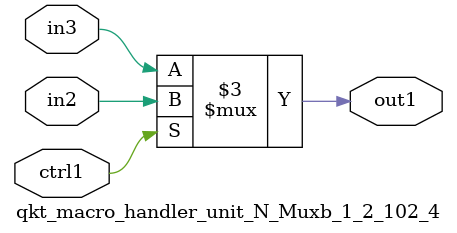
<source format=v>

`timescale 1ps / 1ps


module qkt_macro_handler_unit_N_Muxb_1_2_102_4( in3, in2, ctrl1, out1 );

    input in3;
    input in2;
    input ctrl1;
    output out1;
    reg out1;

    
    // rtl_process:qkt_macro_handler_unit_N_Muxb_1_2_102_4/qkt_macro_handler_unit_N_Muxb_1_2_102_4_thread_1
    always @*
      begin : qkt_macro_handler_unit_N_Muxb_1_2_102_4_thread_1
        case (ctrl1) 
          1'b1: 
            begin
              out1 = in2;
            end
          default: 
            begin
              out1 = in3;
            end
        endcase
      end

endmodule



</source>
